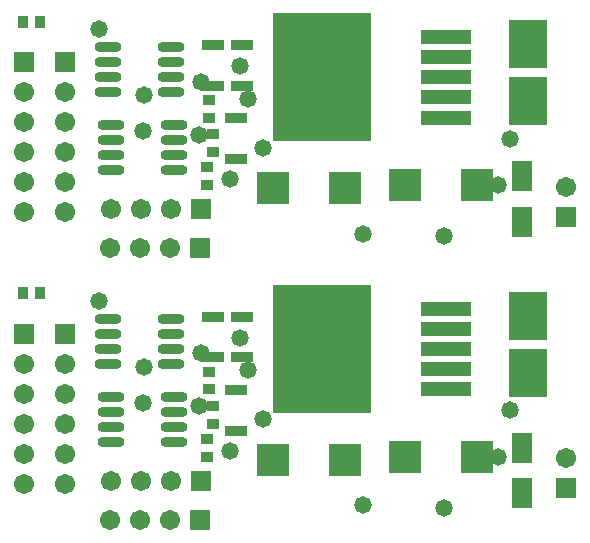
<source format=gts>
G04 Layer_Color=8388736*
%FSLAX44Y44*%
%MOMM*%
G71*
G01*
G75*
%ADD40R,4.3532X1.2032*%
%ADD41R,8.4032X10.9532*%
%ADD42R,1.9032X0.9532*%
%ADD43O,2.3032X0.9032*%
%ADD44R,0.9032X1.1032*%
%ADD45R,1.1032X0.9032*%
%ADD46R,2.7532X2.7532*%
%ADD47R,1.7532X2.6532*%
%ADD48R,3.3032X4.1032*%
%ADD49C,1.7032*%
%ADD50R,1.7032X1.7032*%
%ADD51R,1.7032X1.7032*%
%ADD52C,1.4732*%
D40*
X376190Y128560D02*
D03*
Y145560D02*
D03*
Y162560D02*
D03*
Y179560D02*
D03*
Y196560D02*
D03*
Y358560D02*
D03*
Y375560D02*
D03*
Y392560D02*
D03*
Y409560D02*
D03*
Y426560D02*
D03*
D41*
X271690Y162560D02*
D03*
Y392560D02*
D03*
D42*
X179070Y189970D02*
D03*
Y155470D02*
D03*
X203200D02*
D03*
Y189970D02*
D03*
X198120Y127740D02*
D03*
Y93240D02*
D03*
X179070Y419970D02*
D03*
Y385470D02*
D03*
X203200D02*
D03*
Y419970D02*
D03*
X198120Y357740D02*
D03*
Y323240D02*
D03*
D43*
X143340Y149860D02*
D03*
Y162560D02*
D03*
Y175260D02*
D03*
Y187960D02*
D03*
X90340Y149860D02*
D03*
Y162560D02*
D03*
Y175260D02*
D03*
Y187960D02*
D03*
X145880Y83820D02*
D03*
Y96520D02*
D03*
Y109220D02*
D03*
Y121920D02*
D03*
X92880Y83820D02*
D03*
Y96520D02*
D03*
Y109220D02*
D03*
Y121920D02*
D03*
X143340Y379860D02*
D03*
Y392560D02*
D03*
Y405260D02*
D03*
Y417960D02*
D03*
X90340Y379860D02*
D03*
Y392560D02*
D03*
Y405260D02*
D03*
Y417960D02*
D03*
X145880Y313820D02*
D03*
Y326520D02*
D03*
Y339220D02*
D03*
Y351920D02*
D03*
X92880Y313820D02*
D03*
Y326520D02*
D03*
Y339220D02*
D03*
Y351920D02*
D03*
D44*
X17900Y209550D02*
D03*
X32900D02*
D03*
X17900Y439550D02*
D03*
X32900D02*
D03*
D45*
X173990Y86240D02*
D03*
Y71240D02*
D03*
X179070Y114180D02*
D03*
Y99180D02*
D03*
X175260Y128390D02*
D03*
Y143390D02*
D03*
X173990Y316240D02*
D03*
Y301240D02*
D03*
X179070Y344180D02*
D03*
Y329180D02*
D03*
X175260Y358390D02*
D03*
Y373390D02*
D03*
D46*
X230100Y68580D02*
D03*
X290600D02*
D03*
X341860Y71120D02*
D03*
X402360D02*
D03*
X230100Y298580D02*
D03*
X290600D02*
D03*
X341860Y301120D02*
D03*
X402360D02*
D03*
D47*
X440690Y40440D02*
D03*
Y78940D02*
D03*
Y270440D02*
D03*
Y308940D02*
D03*
D48*
X445770Y190370D02*
D03*
Y142370D02*
D03*
Y420370D02*
D03*
Y372370D02*
D03*
D49*
X477520Y69850D02*
D03*
X19050Y48260D02*
D03*
Y73660D02*
D03*
Y99060D02*
D03*
Y124460D02*
D03*
Y149860D02*
D03*
X53340Y48260D02*
D03*
Y73660D02*
D03*
Y99060D02*
D03*
Y124460D02*
D03*
Y149860D02*
D03*
X142240Y17780D02*
D03*
X116840D02*
D03*
X91440D02*
D03*
X143510Y50800D02*
D03*
X118110D02*
D03*
X92710D02*
D03*
X477520Y299850D02*
D03*
X19050Y278260D02*
D03*
Y303660D02*
D03*
Y329060D02*
D03*
Y354460D02*
D03*
Y379860D02*
D03*
X53340Y278260D02*
D03*
Y303660D02*
D03*
Y329060D02*
D03*
Y354460D02*
D03*
Y379860D02*
D03*
X142240Y247780D02*
D03*
X116840D02*
D03*
X91440D02*
D03*
X143510Y280800D02*
D03*
X118110D02*
D03*
X92710D02*
D03*
D50*
X477520Y44450D02*
D03*
X19050Y175260D02*
D03*
X53340D02*
D03*
X477520Y274450D02*
D03*
X19050Y405260D02*
D03*
X53340D02*
D03*
D51*
X167640Y17780D02*
D03*
X168910Y50800D02*
D03*
X167640Y247780D02*
D03*
X168910Y280800D02*
D03*
D52*
X306324Y30226D02*
D03*
X374904Y28194D02*
D03*
X201422Y171958D02*
D03*
X120120Y116840D02*
D03*
X208280Y144526D02*
D03*
X220980Y102870D02*
D03*
X430530Y110490D02*
D03*
X420370Y71120D02*
D03*
X193040Y76200D02*
D03*
X120650Y147320D02*
D03*
X167470Y114130D02*
D03*
X82550Y203200D02*
D03*
X168910Y158750D02*
D03*
X306324Y260226D02*
D03*
X374904Y258194D02*
D03*
X201422Y401958D02*
D03*
X120120Y346840D02*
D03*
X208280Y374526D02*
D03*
X220980Y332870D02*
D03*
X430530Y340490D02*
D03*
X420370Y301120D02*
D03*
X193040Y306200D02*
D03*
X120650Y377320D02*
D03*
X167470Y344130D02*
D03*
X82550Y433200D02*
D03*
X168910Y388750D02*
D03*
M02*

</source>
